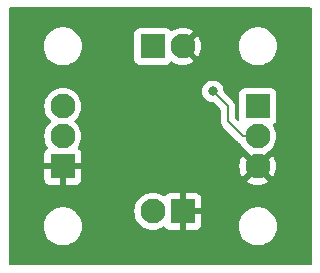
<source format=gbr>
%TF.GenerationSoftware,KiCad,Pcbnew,(6.0.7)*%
%TF.CreationDate,2022-11-13T21:56:09+01:00*%
%TF.ProjectId,LED Matrix,4c454420-4d61-4747-9269-782e6b696361,rev?*%
%TF.SameCoordinates,Original*%
%TF.FileFunction,Copper,L2,Bot*%
%TF.FilePolarity,Positive*%
%FSLAX46Y46*%
G04 Gerber Fmt 4.6, Leading zero omitted, Abs format (unit mm)*
G04 Created by KiCad (PCBNEW (6.0.7)) date 2022-11-13 21:56:09*
%MOMM*%
%LPD*%
G01*
G04 APERTURE LIST*
%TA.AperFunction,ComponentPad*%
%ADD10R,2.100000X2.100000*%
%TD*%
%TA.AperFunction,ComponentPad*%
%ADD11C,2.100000*%
%TD*%
%TA.AperFunction,ViaPad*%
%ADD12C,0.800000*%
%TD*%
%TA.AperFunction,Conductor*%
%ADD13C,0.200000*%
%TD*%
G04 APERTURE END LIST*
D10*
%TO.P,Out,1,Pin_1*%
%TO.N,/PixelSide/5V*%
X130810000Y-87630000D03*
D11*
%TO.P,Out,2,Pin_2*%
%TO.N,Net-(Out1-Pad2)*%
X130810000Y-90170000D03*
%TO.P,Out,3,Pin_3*%
%TO.N,/PixelSide/gnd*%
X130810000Y-92710000D03*
%TD*%
D10*
%TO.P,Top,1,Pin_1*%
%TO.N,/PixelSide/5V*%
X121920000Y-82550000D03*
D11*
%TO.P,Top,2,Pin_2*%
%TO.N,/PixelSide/gnd*%
X124460000Y-82550000D03*
%TD*%
D10*
%TO.P,Bottom,1,Pin_1*%
%TO.N,/PixelSide/gnd*%
X124460000Y-96520000D03*
D11*
%TO.P,Bottom,2,Pin_2*%
%TO.N,/PixelSide/5V*%
X121920000Y-96520000D03*
%TD*%
D10*
%TO.P,In,1,Pin_1*%
%TO.N,/PixelSide/gnd*%
X114300000Y-92710000D03*
D11*
%TO.P,In,2,Pin_2*%
%TO.N,/PixelSide/Data*%
X114300000Y-90170000D03*
%TO.P,In,3,Pin_3*%
%TO.N,/PixelSide/5V*%
X114300000Y-87630000D03*
%TD*%
D12*
%TO.N,Net-(Out1-Pad2)*%
X127000000Y-86360000D03*
%TD*%
D13*
%TO.N,Net-(Out1-Pad2)*%
X129540000Y-90170000D02*
X130810000Y-90170000D01*
X127000000Y-86360000D02*
X128270000Y-87630000D01*
X128270000Y-88900000D02*
X129540000Y-90170000D01*
X128270000Y-87630000D02*
X128270000Y-88900000D01*
%TD*%
%TA.AperFunction,Conductor*%
%TO.N,/PixelSide/gnd*%
G36*
X135323621Y-79268502D02*
G01*
X135370114Y-79322158D01*
X135381500Y-79374500D01*
X135381500Y-100965500D01*
X135361498Y-101033621D01*
X135307842Y-101080114D01*
X135255500Y-101091500D01*
X109854500Y-101091500D01*
X109786379Y-101071498D01*
X109739886Y-101017842D01*
X109728500Y-100965500D01*
X109728500Y-97790000D01*
X112686526Y-97790000D01*
X112706391Y-98042403D01*
X112707545Y-98047210D01*
X112707546Y-98047216D01*
X112716214Y-98083319D01*
X112765495Y-98288591D01*
X112862384Y-98522502D01*
X112994672Y-98738376D01*
X113159102Y-98930898D01*
X113351624Y-99095328D01*
X113567498Y-99227616D01*
X113572068Y-99229509D01*
X113572072Y-99229511D01*
X113796836Y-99322611D01*
X113801409Y-99324505D01*
X113886032Y-99344821D01*
X114042784Y-99382454D01*
X114042790Y-99382455D01*
X114047597Y-99383609D01*
X114147416Y-99391465D01*
X114234345Y-99398307D01*
X114234352Y-99398307D01*
X114236801Y-99398500D01*
X114363199Y-99398500D01*
X114365648Y-99398307D01*
X114365655Y-99398307D01*
X114452584Y-99391465D01*
X114552403Y-99383609D01*
X114557210Y-99382455D01*
X114557216Y-99382454D01*
X114713968Y-99344821D01*
X114798591Y-99324505D01*
X114803164Y-99322611D01*
X115027928Y-99229511D01*
X115027932Y-99229509D01*
X115032502Y-99227616D01*
X115248376Y-99095328D01*
X115440898Y-98930898D01*
X115605328Y-98738376D01*
X115737616Y-98522502D01*
X115834505Y-98288591D01*
X115883786Y-98083319D01*
X115892454Y-98047216D01*
X115892455Y-98047210D01*
X115893609Y-98042403D01*
X115913474Y-97790000D01*
X115893609Y-97537597D01*
X115834505Y-97291409D01*
X115737616Y-97057498D01*
X115605328Y-96841624D01*
X115440898Y-96649102D01*
X115289740Y-96520000D01*
X120356681Y-96520000D01*
X120375928Y-96764557D01*
X120377082Y-96769364D01*
X120377083Y-96769370D01*
X120394430Y-96841624D01*
X120433195Y-97003092D01*
X120527073Y-97229732D01*
X120655248Y-97438896D01*
X120658463Y-97442660D01*
X120658465Y-97442663D01*
X120739547Y-97537597D01*
X120814567Y-97625433D01*
X120818323Y-97628641D01*
X120887362Y-97687606D01*
X121001104Y-97784752D01*
X121005327Y-97787340D01*
X121005330Y-97787342D01*
X121074515Y-97829738D01*
X121210268Y-97912927D01*
X121354967Y-97972864D01*
X121432335Y-98004911D01*
X121432337Y-98004912D01*
X121436908Y-98006805D01*
X121505715Y-98023324D01*
X121670630Y-98062917D01*
X121670636Y-98062918D01*
X121675443Y-98064072D01*
X121920000Y-98083319D01*
X122164557Y-98064072D01*
X122169364Y-98062918D01*
X122169370Y-98062917D01*
X122334285Y-98023324D01*
X122403092Y-98006805D01*
X122407663Y-98004912D01*
X122407665Y-98004911D01*
X122485033Y-97972864D01*
X122629732Y-97912927D01*
X122807641Y-97803905D01*
X122876174Y-97785367D01*
X122943851Y-97806824D01*
X122974302Y-97835773D01*
X123041719Y-97925728D01*
X123054276Y-97938285D01*
X123156351Y-98014786D01*
X123171946Y-98023324D01*
X123292394Y-98068478D01*
X123307649Y-98072105D01*
X123358514Y-98077631D01*
X123365328Y-98078000D01*
X124187885Y-98078000D01*
X124203124Y-98073525D01*
X124204329Y-98072135D01*
X124206000Y-98064452D01*
X124206000Y-98059884D01*
X124714000Y-98059884D01*
X124718475Y-98075123D01*
X124719865Y-98076328D01*
X124727548Y-98077999D01*
X125554669Y-98077999D01*
X125561490Y-98077629D01*
X125612352Y-98072105D01*
X125627604Y-98068479D01*
X125748054Y-98023324D01*
X125763649Y-98014786D01*
X125865724Y-97938285D01*
X125878285Y-97925724D01*
X125954786Y-97823649D01*
X125963324Y-97808054D01*
X125970092Y-97790000D01*
X129196526Y-97790000D01*
X129216391Y-98042403D01*
X129217545Y-98047210D01*
X129217546Y-98047216D01*
X129226214Y-98083319D01*
X129275495Y-98288591D01*
X129372384Y-98522502D01*
X129504672Y-98738376D01*
X129669102Y-98930898D01*
X129861624Y-99095328D01*
X130077498Y-99227616D01*
X130082068Y-99229509D01*
X130082072Y-99229511D01*
X130306836Y-99322611D01*
X130311409Y-99324505D01*
X130396032Y-99344821D01*
X130552784Y-99382454D01*
X130552790Y-99382455D01*
X130557597Y-99383609D01*
X130657416Y-99391465D01*
X130744345Y-99398307D01*
X130744352Y-99398307D01*
X130746801Y-99398500D01*
X130873199Y-99398500D01*
X130875648Y-99398307D01*
X130875655Y-99398307D01*
X130962584Y-99391465D01*
X131062403Y-99383609D01*
X131067210Y-99382455D01*
X131067216Y-99382454D01*
X131223968Y-99344821D01*
X131308591Y-99324505D01*
X131313164Y-99322611D01*
X131537928Y-99229511D01*
X131537932Y-99229509D01*
X131542502Y-99227616D01*
X131758376Y-99095328D01*
X131950898Y-98930898D01*
X132115328Y-98738376D01*
X132247616Y-98522502D01*
X132344505Y-98288591D01*
X132393786Y-98083319D01*
X132402454Y-98047216D01*
X132402455Y-98047210D01*
X132403609Y-98042403D01*
X132423474Y-97790000D01*
X132403609Y-97537597D01*
X132344505Y-97291409D01*
X132247616Y-97057498D01*
X132115328Y-96841624D01*
X131950898Y-96649102D01*
X131758376Y-96484672D01*
X131542502Y-96352384D01*
X131537932Y-96350491D01*
X131537928Y-96350489D01*
X131313164Y-96257389D01*
X131313162Y-96257388D01*
X131308591Y-96255495D01*
X131223968Y-96235179D01*
X131067216Y-96197546D01*
X131067210Y-96197545D01*
X131062403Y-96196391D01*
X130962584Y-96188535D01*
X130875655Y-96181693D01*
X130875648Y-96181693D01*
X130873199Y-96181500D01*
X130746801Y-96181500D01*
X130744352Y-96181693D01*
X130744345Y-96181693D01*
X130657416Y-96188535D01*
X130557597Y-96196391D01*
X130552790Y-96197545D01*
X130552784Y-96197546D01*
X130396032Y-96235179D01*
X130311409Y-96255495D01*
X130306838Y-96257388D01*
X130306836Y-96257389D01*
X130082072Y-96350489D01*
X130082068Y-96350491D01*
X130077498Y-96352384D01*
X129861624Y-96484672D01*
X129669102Y-96649102D01*
X129504672Y-96841624D01*
X129372384Y-97057498D01*
X129275495Y-97291409D01*
X129216391Y-97537597D01*
X129196526Y-97790000D01*
X125970092Y-97790000D01*
X126008478Y-97687606D01*
X126012105Y-97672351D01*
X126017631Y-97621486D01*
X126018000Y-97614672D01*
X126018000Y-96792115D01*
X126013525Y-96776876D01*
X126012135Y-96775671D01*
X126004452Y-96774000D01*
X124732115Y-96774000D01*
X124716876Y-96778475D01*
X124715671Y-96779865D01*
X124714000Y-96787548D01*
X124714000Y-98059884D01*
X124206000Y-98059884D01*
X124206000Y-96247885D01*
X124714000Y-96247885D01*
X124718475Y-96263124D01*
X124719865Y-96264329D01*
X124727548Y-96266000D01*
X125999884Y-96266000D01*
X126015123Y-96261525D01*
X126016328Y-96260135D01*
X126017999Y-96252452D01*
X126017999Y-95425331D01*
X126017629Y-95418510D01*
X126012105Y-95367648D01*
X126008479Y-95352396D01*
X125963324Y-95231946D01*
X125954786Y-95216351D01*
X125878285Y-95114276D01*
X125865724Y-95101715D01*
X125763649Y-95025214D01*
X125748054Y-95016676D01*
X125627606Y-94971522D01*
X125612351Y-94967895D01*
X125561486Y-94962369D01*
X125554672Y-94962000D01*
X124732115Y-94962000D01*
X124716876Y-94966475D01*
X124715671Y-94967865D01*
X124714000Y-94975548D01*
X124714000Y-96247885D01*
X124206000Y-96247885D01*
X124206000Y-94980116D01*
X124201525Y-94964877D01*
X124200135Y-94963672D01*
X124192452Y-94962001D01*
X123365331Y-94962001D01*
X123358510Y-94962371D01*
X123307648Y-94967895D01*
X123292396Y-94971521D01*
X123171946Y-95016676D01*
X123156351Y-95025214D01*
X123054276Y-95101715D01*
X123041719Y-95114272D01*
X122974302Y-95204227D01*
X122917442Y-95246742D01*
X122846624Y-95251768D01*
X122807641Y-95236095D01*
X122775421Y-95216351D01*
X122629732Y-95127073D01*
X122485033Y-95067136D01*
X122407665Y-95035089D01*
X122407663Y-95035088D01*
X122403092Y-95033195D01*
X122320437Y-95013351D01*
X122169370Y-94977083D01*
X122169364Y-94977082D01*
X122164557Y-94975928D01*
X121920000Y-94956681D01*
X121675443Y-94975928D01*
X121670636Y-94977082D01*
X121670630Y-94977083D01*
X121519563Y-95013351D01*
X121436908Y-95033195D01*
X121432337Y-95035088D01*
X121432335Y-95035089D01*
X121354967Y-95067136D01*
X121210268Y-95127073D01*
X121084363Y-95204227D01*
X121005330Y-95252658D01*
X121005327Y-95252660D01*
X121001104Y-95255248D01*
X120997340Y-95258463D01*
X120997337Y-95258465D01*
X120818323Y-95411359D01*
X120814567Y-95414567D01*
X120655248Y-95601104D01*
X120527073Y-95810268D01*
X120433195Y-96036908D01*
X120432040Y-96041720D01*
X120378886Y-96263124D01*
X120375928Y-96275443D01*
X120356681Y-96520000D01*
X115289740Y-96520000D01*
X115248376Y-96484672D01*
X115032502Y-96352384D01*
X115027932Y-96350491D01*
X115027928Y-96350489D01*
X114803164Y-96257389D01*
X114803162Y-96257388D01*
X114798591Y-96255495D01*
X114713968Y-96235179D01*
X114557216Y-96197546D01*
X114557210Y-96197545D01*
X114552403Y-96196391D01*
X114452584Y-96188535D01*
X114365655Y-96181693D01*
X114365648Y-96181693D01*
X114363199Y-96181500D01*
X114236801Y-96181500D01*
X114234352Y-96181693D01*
X114234345Y-96181693D01*
X114147416Y-96188535D01*
X114047597Y-96196391D01*
X114042790Y-96197545D01*
X114042784Y-96197546D01*
X113886032Y-96235179D01*
X113801409Y-96255495D01*
X113796838Y-96257388D01*
X113796836Y-96257389D01*
X113572072Y-96350489D01*
X113572068Y-96350491D01*
X113567498Y-96352384D01*
X113351624Y-96484672D01*
X113159102Y-96649102D01*
X112994672Y-96841624D01*
X112862384Y-97057498D01*
X112765495Y-97291409D01*
X112706391Y-97537597D01*
X112686526Y-97790000D01*
X109728500Y-97790000D01*
X109728500Y-93804669D01*
X112742001Y-93804669D01*
X112742371Y-93811490D01*
X112747895Y-93862352D01*
X112751521Y-93877604D01*
X112796676Y-93998054D01*
X112805214Y-94013648D01*
X112881715Y-94115724D01*
X112894276Y-94128285D01*
X112996351Y-94204786D01*
X113011946Y-94213324D01*
X113132394Y-94258478D01*
X113147649Y-94262105D01*
X113198514Y-94267631D01*
X113205328Y-94268000D01*
X114027885Y-94268000D01*
X114043124Y-94263525D01*
X114044329Y-94262135D01*
X114046000Y-94254452D01*
X114046000Y-94249884D01*
X114554000Y-94249884D01*
X114558475Y-94265123D01*
X114559865Y-94266328D01*
X114567548Y-94267999D01*
X115394669Y-94267999D01*
X115401490Y-94267629D01*
X115452352Y-94262105D01*
X115467604Y-94258479D01*
X115588054Y-94213324D01*
X115603649Y-94204786D01*
X115705724Y-94128285D01*
X115718285Y-94115724D01*
X115794786Y-94013648D01*
X115803324Y-93998054D01*
X115810456Y-93979030D01*
X129905800Y-93979030D01*
X129911527Y-93986680D01*
X130096272Y-94099893D01*
X130105067Y-94104375D01*
X130322490Y-94194434D01*
X130331875Y-94197483D01*
X130560708Y-94252422D01*
X130570455Y-94253965D01*
X130805070Y-94272430D01*
X130814930Y-94272430D01*
X131049545Y-94253965D01*
X131059292Y-94252422D01*
X131288125Y-94197483D01*
X131297510Y-94194434D01*
X131514933Y-94104375D01*
X131523728Y-94099893D01*
X131704805Y-93988928D01*
X131714267Y-93978470D01*
X131710484Y-93969694D01*
X130822812Y-93082022D01*
X130808868Y-93074408D01*
X130807035Y-93074539D01*
X130800420Y-93078790D01*
X129912560Y-93966650D01*
X129905800Y-93979030D01*
X115810456Y-93979030D01*
X115848478Y-93877606D01*
X115852105Y-93862351D01*
X115857631Y-93811486D01*
X115858000Y-93804672D01*
X115858000Y-92982115D01*
X115853525Y-92966876D01*
X115852135Y-92965671D01*
X115844452Y-92964000D01*
X114572115Y-92964000D01*
X114556876Y-92968475D01*
X114555671Y-92969865D01*
X114554000Y-92977548D01*
X114554000Y-94249884D01*
X114046000Y-94249884D01*
X114046000Y-92982115D01*
X114041525Y-92966876D01*
X114040135Y-92965671D01*
X114032452Y-92964000D01*
X112760116Y-92964000D01*
X112744877Y-92968475D01*
X112743672Y-92969865D01*
X112742001Y-92977548D01*
X112742001Y-93804669D01*
X109728500Y-93804669D01*
X109728500Y-92714930D01*
X129247570Y-92714930D01*
X129266035Y-92949545D01*
X129267578Y-92959292D01*
X129322517Y-93188125D01*
X129325566Y-93197510D01*
X129415625Y-93414933D01*
X129420107Y-93423728D01*
X129531072Y-93604805D01*
X129541530Y-93614267D01*
X129550306Y-93610484D01*
X130437978Y-92722812D01*
X130444356Y-92711132D01*
X131174408Y-92711132D01*
X131174539Y-92712965D01*
X131178790Y-92719580D01*
X132066650Y-93607440D01*
X132079030Y-93614200D01*
X132086680Y-93608473D01*
X132199893Y-93423728D01*
X132204375Y-93414933D01*
X132294434Y-93197510D01*
X132297483Y-93188125D01*
X132352422Y-92959292D01*
X132353965Y-92949545D01*
X132372430Y-92714930D01*
X132372430Y-92705070D01*
X132353965Y-92470455D01*
X132352422Y-92460708D01*
X132297483Y-92231875D01*
X132294434Y-92222490D01*
X132204375Y-92005067D01*
X132199893Y-91996272D01*
X132088928Y-91815195D01*
X132078470Y-91805733D01*
X132069694Y-91809516D01*
X131182022Y-92697188D01*
X131174408Y-92711132D01*
X130444356Y-92711132D01*
X130445592Y-92708868D01*
X130445461Y-92707035D01*
X130441210Y-92700420D01*
X129553350Y-91812560D01*
X129540970Y-91805800D01*
X129533320Y-91811527D01*
X129420107Y-91996272D01*
X129415625Y-92005067D01*
X129325566Y-92222490D01*
X129322517Y-92231875D01*
X129267578Y-92460708D01*
X129266035Y-92470455D01*
X129247570Y-92705070D01*
X129247570Y-92714930D01*
X109728500Y-92714930D01*
X109728500Y-90170000D01*
X112736681Y-90170000D01*
X112755928Y-90414557D01*
X112813195Y-90653092D01*
X112907073Y-90879732D01*
X113009481Y-91046847D01*
X113016095Y-91057641D01*
X113034633Y-91126174D01*
X113013176Y-91193851D01*
X112984227Y-91224302D01*
X112894272Y-91291719D01*
X112881715Y-91304276D01*
X112805214Y-91406351D01*
X112796676Y-91421946D01*
X112751522Y-91542394D01*
X112747895Y-91557649D01*
X112742369Y-91608514D01*
X112742000Y-91615328D01*
X112742000Y-92437885D01*
X112746475Y-92453124D01*
X112747865Y-92454329D01*
X112755548Y-92456000D01*
X115839884Y-92456000D01*
X115855123Y-92451525D01*
X115856328Y-92450135D01*
X115857999Y-92442452D01*
X115857999Y-91615331D01*
X115857629Y-91608510D01*
X115852105Y-91557648D01*
X115848479Y-91542396D01*
X115803324Y-91421946D01*
X115794786Y-91406351D01*
X115718285Y-91304276D01*
X115705728Y-91291719D01*
X115615773Y-91224302D01*
X115573258Y-91167442D01*
X115568232Y-91096624D01*
X115583905Y-91057641D01*
X115590519Y-91046847D01*
X115692927Y-90879732D01*
X115786805Y-90653092D01*
X115844072Y-90414557D01*
X115863319Y-90170000D01*
X115844072Y-89925443D01*
X115786805Y-89686908D01*
X115692927Y-89460268D01*
X115564752Y-89251104D01*
X115532575Y-89213429D01*
X115408641Y-89068323D01*
X115405433Y-89064567D01*
X115401677Y-89061359D01*
X115324931Y-88995811D01*
X115286122Y-88936360D01*
X115285616Y-88865365D01*
X115324931Y-88804189D01*
X115401677Y-88738641D01*
X115405433Y-88735433D01*
X115448630Y-88684856D01*
X115561535Y-88552663D01*
X115561537Y-88552660D01*
X115564752Y-88548896D01*
X115692927Y-88339732D01*
X115786805Y-88113092D01*
X115836174Y-87907456D01*
X115842917Y-87879370D01*
X115842918Y-87879364D01*
X115844072Y-87874557D01*
X115863319Y-87630000D01*
X115844072Y-87385443D01*
X115831170Y-87331700D01*
X115787960Y-87151720D01*
X115786805Y-87146908D01*
X115692927Y-86920268D01*
X115577285Y-86731556D01*
X115567342Y-86715330D01*
X115567340Y-86715327D01*
X115564752Y-86711104D01*
X115432456Y-86556206D01*
X115408641Y-86528323D01*
X115405433Y-86524567D01*
X115218896Y-86365248D01*
X115214673Y-86362660D01*
X115214670Y-86362658D01*
X115210332Y-86360000D01*
X126086496Y-86360000D01*
X126087186Y-86366565D01*
X126104560Y-86531866D01*
X126106458Y-86549928D01*
X126165473Y-86731556D01*
X126260960Y-86896944D01*
X126388747Y-87038866D01*
X126543248Y-87151118D01*
X126549276Y-87153802D01*
X126549278Y-87153803D01*
X126644084Y-87196013D01*
X126717712Y-87228794D01*
X126811113Y-87248647D01*
X126898056Y-87267128D01*
X126898061Y-87267128D01*
X126904513Y-87268500D01*
X126995761Y-87268500D01*
X127063882Y-87288502D01*
X127084856Y-87305405D01*
X127624595Y-87845144D01*
X127658621Y-87907456D01*
X127661500Y-87934239D01*
X127661500Y-88851864D01*
X127660422Y-88868307D01*
X127656250Y-88900000D01*
X127657328Y-88908189D01*
X127661500Y-88939880D01*
X127661500Y-88939885D01*
X127672433Y-89022925D01*
X127672433Y-89022927D01*
X127674165Y-89036081D01*
X127677162Y-89058851D01*
X127738476Y-89206876D01*
X127743503Y-89213427D01*
X127743504Y-89213429D01*
X127811520Y-89302069D01*
X127811526Y-89302075D01*
X127836013Y-89333987D01*
X127842568Y-89339017D01*
X127861379Y-89353452D01*
X127873770Y-89364319D01*
X129075685Y-90566234D01*
X129086552Y-90578625D01*
X129106013Y-90603987D01*
X129112563Y-90609013D01*
X129137925Y-90628474D01*
X129137928Y-90628477D01*
X129170007Y-90653092D01*
X129233124Y-90701524D01*
X129294438Y-90726921D01*
X129317846Y-90736617D01*
X129373127Y-90781164D01*
X129386038Y-90804808D01*
X129415179Y-90875161D01*
X129415182Y-90875167D01*
X129417073Y-90879732D01*
X129545248Y-91088896D01*
X129548463Y-91092660D01*
X129548465Y-91092663D01*
X129612333Y-91167442D01*
X129704567Y-91275433D01*
X129891104Y-91434752D01*
X129893451Y-91436190D01*
X129906815Y-91447605D01*
X130797188Y-92337978D01*
X130811132Y-92345592D01*
X130812965Y-92345461D01*
X130819580Y-92341210D01*
X131713185Y-91447605D01*
X131726549Y-91436190D01*
X131728896Y-91434752D01*
X131915433Y-91275433D01*
X132007667Y-91167442D01*
X132071535Y-91092663D01*
X132071537Y-91092660D01*
X132074752Y-91088896D01*
X132202927Y-90879732D01*
X132296805Y-90653092D01*
X132354072Y-90414557D01*
X132373319Y-90170000D01*
X132354072Y-89925443D01*
X132296805Y-89686908D01*
X132202927Y-89460268D01*
X132094168Y-89282788D01*
X132075630Y-89214255D01*
X132097087Y-89146578D01*
X132126035Y-89116128D01*
X132132987Y-89110918D01*
X132223261Y-89043261D01*
X132310615Y-88926705D01*
X132361745Y-88790316D01*
X132368500Y-88728134D01*
X132368500Y-86531866D01*
X132361745Y-86469684D01*
X132310615Y-86333295D01*
X132223261Y-86216739D01*
X132106705Y-86129385D01*
X131970316Y-86078255D01*
X131908134Y-86071500D01*
X129711866Y-86071500D01*
X129649684Y-86078255D01*
X129513295Y-86129385D01*
X129396739Y-86216739D01*
X129309385Y-86333295D01*
X129258255Y-86469684D01*
X129251500Y-86531866D01*
X129251500Y-88716761D01*
X129231498Y-88784882D01*
X129177842Y-88831375D01*
X129107568Y-88841479D01*
X129042988Y-88811985D01*
X129036405Y-88805856D01*
X128915405Y-88684856D01*
X128881379Y-88622544D01*
X128878500Y-88595761D01*
X128878500Y-87678136D01*
X128879578Y-87661690D01*
X128882672Y-87638188D01*
X128883750Y-87630000D01*
X128878500Y-87590122D01*
X128878500Y-87590115D01*
X128862838Y-87471150D01*
X128801524Y-87323125D01*
X128801524Y-87323124D01*
X128728477Y-87227928D01*
X128728474Y-87227925D01*
X128703987Y-87196013D01*
X128697432Y-87190983D01*
X128678621Y-87176548D01*
X128666230Y-87165681D01*
X127949719Y-86449170D01*
X127915693Y-86386858D01*
X127913159Y-86363284D01*
X127913504Y-86360000D01*
X127900385Y-86235180D01*
X127894232Y-86176635D01*
X127894232Y-86176633D01*
X127893542Y-86170072D01*
X127834527Y-85988444D01*
X127739040Y-85823056D01*
X127611253Y-85681134D01*
X127456752Y-85568882D01*
X127450724Y-85566198D01*
X127450722Y-85566197D01*
X127288319Y-85493891D01*
X127288318Y-85493891D01*
X127282288Y-85491206D01*
X127188887Y-85471353D01*
X127101944Y-85452872D01*
X127101939Y-85452872D01*
X127095487Y-85451500D01*
X126904513Y-85451500D01*
X126898061Y-85452872D01*
X126898056Y-85452872D01*
X126811113Y-85471353D01*
X126717712Y-85491206D01*
X126711682Y-85493891D01*
X126711681Y-85493891D01*
X126549278Y-85566197D01*
X126549276Y-85566198D01*
X126543248Y-85568882D01*
X126388747Y-85681134D01*
X126260960Y-85823056D01*
X126165473Y-85988444D01*
X126106458Y-86170072D01*
X126105768Y-86176633D01*
X126105768Y-86176635D01*
X126099615Y-86235180D01*
X126086496Y-86360000D01*
X115210332Y-86360000D01*
X115145485Y-86320262D01*
X115009732Y-86237073D01*
X114832822Y-86163794D01*
X114787665Y-86145089D01*
X114787663Y-86145088D01*
X114783092Y-86143195D01*
X114700437Y-86123351D01*
X114549370Y-86087083D01*
X114549364Y-86087082D01*
X114544557Y-86085928D01*
X114300000Y-86066681D01*
X114055443Y-86085928D01*
X114050636Y-86087082D01*
X114050630Y-86087083D01*
X113899563Y-86123351D01*
X113816908Y-86143195D01*
X113812337Y-86145088D01*
X113812335Y-86145089D01*
X113767178Y-86163794D01*
X113590268Y-86237073D01*
X113454515Y-86320262D01*
X113385330Y-86362658D01*
X113385327Y-86362660D01*
X113381104Y-86365248D01*
X113194567Y-86524567D01*
X113191359Y-86528323D01*
X113167545Y-86556206D01*
X113035248Y-86711104D01*
X113032660Y-86715327D01*
X113032658Y-86715330D01*
X113022715Y-86731556D01*
X112907073Y-86920268D01*
X112813195Y-87146908D01*
X112812040Y-87151720D01*
X112768831Y-87331700D01*
X112755928Y-87385443D01*
X112736681Y-87630000D01*
X112755928Y-87874557D01*
X112757082Y-87879364D01*
X112757083Y-87879370D01*
X112763826Y-87907456D01*
X112813195Y-88113092D01*
X112907073Y-88339732D01*
X113035248Y-88548896D01*
X113038463Y-88552660D01*
X113038465Y-88552663D01*
X113151370Y-88684856D01*
X113194567Y-88735433D01*
X113198323Y-88738641D01*
X113275069Y-88804189D01*
X113313878Y-88863640D01*
X113314384Y-88934635D01*
X113275069Y-88995811D01*
X113198323Y-89061359D01*
X113194567Y-89064567D01*
X113191359Y-89068323D01*
X113067426Y-89213429D01*
X113035248Y-89251104D01*
X112907073Y-89460268D01*
X112813195Y-89686908D01*
X112755928Y-89925443D01*
X112736681Y-90170000D01*
X109728500Y-90170000D01*
X109728500Y-82550000D01*
X112686526Y-82550000D01*
X112706391Y-82802403D01*
X112765495Y-83048591D01*
X112767388Y-83053162D01*
X112767389Y-83053164D01*
X112854608Y-83263728D01*
X112862384Y-83282502D01*
X112994672Y-83498376D01*
X113159102Y-83690898D01*
X113351624Y-83855328D01*
X113567498Y-83987616D01*
X113572068Y-83989509D01*
X113572072Y-83989511D01*
X113796836Y-84082611D01*
X113801409Y-84084505D01*
X113886032Y-84104821D01*
X114042784Y-84142454D01*
X114042790Y-84142455D01*
X114047597Y-84143609D01*
X114147416Y-84151465D01*
X114234345Y-84158307D01*
X114234352Y-84158307D01*
X114236801Y-84158500D01*
X114363199Y-84158500D01*
X114365648Y-84158307D01*
X114365655Y-84158307D01*
X114452584Y-84151465D01*
X114552403Y-84143609D01*
X114557210Y-84142455D01*
X114557216Y-84142454D01*
X114713968Y-84104821D01*
X114798591Y-84084505D01*
X114803164Y-84082611D01*
X115027928Y-83989511D01*
X115027932Y-83989509D01*
X115032502Y-83987616D01*
X115248376Y-83855328D01*
X115440898Y-83690898D01*
X115477422Y-83648134D01*
X120361500Y-83648134D01*
X120368255Y-83710316D01*
X120419385Y-83846705D01*
X120506739Y-83963261D01*
X120623295Y-84050615D01*
X120759684Y-84101745D01*
X120821866Y-84108500D01*
X123018134Y-84108500D01*
X123080316Y-84101745D01*
X123216705Y-84050615D01*
X123333261Y-83963261D01*
X123406430Y-83865633D01*
X123463288Y-83823118D01*
X123534107Y-83818092D01*
X123573090Y-83833766D01*
X123746272Y-83939893D01*
X123755067Y-83944375D01*
X123972490Y-84034434D01*
X123981875Y-84037483D01*
X124210708Y-84092422D01*
X124220455Y-84093965D01*
X124455070Y-84112430D01*
X124464930Y-84112430D01*
X124699545Y-84093965D01*
X124709292Y-84092422D01*
X124938125Y-84037483D01*
X124947510Y-84034434D01*
X125164933Y-83944375D01*
X125173728Y-83939893D01*
X125354805Y-83828928D01*
X125364267Y-83818470D01*
X125360484Y-83809694D01*
X124189885Y-82639095D01*
X124155859Y-82576783D01*
X124157694Y-82551132D01*
X124824408Y-82551132D01*
X124824539Y-82552965D01*
X124828790Y-82559580D01*
X125716650Y-83447440D01*
X125729030Y-83454200D01*
X125736680Y-83448473D01*
X125849893Y-83263728D01*
X125854375Y-83254933D01*
X125944434Y-83037510D01*
X125947483Y-83028125D01*
X126002422Y-82799292D01*
X126003965Y-82789545D01*
X126022430Y-82554930D01*
X126022430Y-82550000D01*
X129196526Y-82550000D01*
X129216391Y-82802403D01*
X129275495Y-83048591D01*
X129277388Y-83053162D01*
X129277389Y-83053164D01*
X129364608Y-83263728D01*
X129372384Y-83282502D01*
X129504672Y-83498376D01*
X129669102Y-83690898D01*
X129861624Y-83855328D01*
X130077498Y-83987616D01*
X130082068Y-83989509D01*
X130082072Y-83989511D01*
X130306836Y-84082611D01*
X130311409Y-84084505D01*
X130396032Y-84104821D01*
X130552784Y-84142454D01*
X130552790Y-84142455D01*
X130557597Y-84143609D01*
X130657416Y-84151465D01*
X130744345Y-84158307D01*
X130744352Y-84158307D01*
X130746801Y-84158500D01*
X130873199Y-84158500D01*
X130875648Y-84158307D01*
X130875655Y-84158307D01*
X130962584Y-84151465D01*
X131062403Y-84143609D01*
X131067210Y-84142455D01*
X131067216Y-84142454D01*
X131223968Y-84104821D01*
X131308591Y-84084505D01*
X131313164Y-84082611D01*
X131537928Y-83989511D01*
X131537932Y-83989509D01*
X131542502Y-83987616D01*
X131758376Y-83855328D01*
X131950898Y-83690898D01*
X132115328Y-83498376D01*
X132247616Y-83282502D01*
X132255393Y-83263728D01*
X132342611Y-83053164D01*
X132342612Y-83053162D01*
X132344505Y-83048591D01*
X132403609Y-82802403D01*
X132423474Y-82550000D01*
X132403609Y-82297597D01*
X132344505Y-82051409D01*
X132342611Y-82046836D01*
X132249511Y-81822072D01*
X132249509Y-81822068D01*
X132247616Y-81817498D01*
X132115328Y-81601624D01*
X131950898Y-81409102D01*
X131758376Y-81244672D01*
X131542502Y-81112384D01*
X131537932Y-81110491D01*
X131537928Y-81110489D01*
X131313164Y-81017389D01*
X131313162Y-81017388D01*
X131308591Y-81015495D01*
X131192274Y-80987570D01*
X131067216Y-80957546D01*
X131067210Y-80957545D01*
X131062403Y-80956391D01*
X130962584Y-80948535D01*
X130875655Y-80941693D01*
X130875648Y-80941693D01*
X130873199Y-80941500D01*
X130746801Y-80941500D01*
X130744352Y-80941693D01*
X130744345Y-80941693D01*
X130657416Y-80948535D01*
X130557597Y-80956391D01*
X130552790Y-80957545D01*
X130552784Y-80957546D01*
X130427726Y-80987570D01*
X130311409Y-81015495D01*
X130306838Y-81017388D01*
X130306836Y-81017389D01*
X130082072Y-81110489D01*
X130082068Y-81110491D01*
X130077498Y-81112384D01*
X129861624Y-81244672D01*
X129669102Y-81409102D01*
X129504672Y-81601624D01*
X129372384Y-81817498D01*
X129370491Y-81822068D01*
X129370489Y-81822072D01*
X129277389Y-82046836D01*
X129275495Y-82051409D01*
X129216391Y-82297597D01*
X129196526Y-82550000D01*
X126022430Y-82550000D01*
X126022430Y-82545070D01*
X126003965Y-82310455D01*
X126002422Y-82300708D01*
X125947483Y-82071875D01*
X125944434Y-82062490D01*
X125854375Y-81845067D01*
X125849893Y-81836272D01*
X125738928Y-81655195D01*
X125728470Y-81645733D01*
X125719694Y-81649516D01*
X124832022Y-82537188D01*
X124824408Y-82551132D01*
X124157694Y-82551132D01*
X124160924Y-82505968D01*
X124189885Y-82460905D01*
X125357440Y-81293350D01*
X125364200Y-81280970D01*
X125358473Y-81273320D01*
X125173728Y-81160107D01*
X125164933Y-81155625D01*
X124947510Y-81065566D01*
X124938125Y-81062517D01*
X124709292Y-81007578D01*
X124699545Y-81006035D01*
X124464930Y-80987570D01*
X124455070Y-80987570D01*
X124220455Y-81006035D01*
X124210708Y-81007578D01*
X123981875Y-81062517D01*
X123972490Y-81065566D01*
X123755067Y-81155625D01*
X123746272Y-81160107D01*
X123573090Y-81266234D01*
X123504557Y-81284773D01*
X123436880Y-81263317D01*
X123406429Y-81234367D01*
X123338642Y-81143919D01*
X123333261Y-81136739D01*
X123216705Y-81049385D01*
X123080316Y-80998255D01*
X123018134Y-80991500D01*
X120821866Y-80991500D01*
X120759684Y-80998255D01*
X120623295Y-81049385D01*
X120506739Y-81136739D01*
X120419385Y-81253295D01*
X120368255Y-81389684D01*
X120361500Y-81451866D01*
X120361500Y-83648134D01*
X115477422Y-83648134D01*
X115605328Y-83498376D01*
X115737616Y-83282502D01*
X115745393Y-83263728D01*
X115832611Y-83053164D01*
X115832612Y-83053162D01*
X115834505Y-83048591D01*
X115893609Y-82802403D01*
X115913474Y-82550000D01*
X115893609Y-82297597D01*
X115834505Y-82051409D01*
X115832611Y-82046836D01*
X115739511Y-81822072D01*
X115739509Y-81822068D01*
X115737616Y-81817498D01*
X115605328Y-81601624D01*
X115440898Y-81409102D01*
X115248376Y-81244672D01*
X115032502Y-81112384D01*
X115027932Y-81110491D01*
X115027928Y-81110489D01*
X114803164Y-81017389D01*
X114803162Y-81017388D01*
X114798591Y-81015495D01*
X114682274Y-80987570D01*
X114557216Y-80957546D01*
X114557210Y-80957545D01*
X114552403Y-80956391D01*
X114452584Y-80948535D01*
X114365655Y-80941693D01*
X114365648Y-80941693D01*
X114363199Y-80941500D01*
X114236801Y-80941500D01*
X114234352Y-80941693D01*
X114234345Y-80941693D01*
X114147416Y-80948535D01*
X114047597Y-80956391D01*
X114042790Y-80957545D01*
X114042784Y-80957546D01*
X113917726Y-80987570D01*
X113801409Y-81015495D01*
X113796838Y-81017388D01*
X113796836Y-81017389D01*
X113572072Y-81110489D01*
X113572068Y-81110491D01*
X113567498Y-81112384D01*
X113351624Y-81244672D01*
X113159102Y-81409102D01*
X112994672Y-81601624D01*
X112862384Y-81817498D01*
X112860491Y-81822068D01*
X112860489Y-81822072D01*
X112767389Y-82046836D01*
X112765495Y-82051409D01*
X112706391Y-82297597D01*
X112686526Y-82550000D01*
X109728500Y-82550000D01*
X109728500Y-79374500D01*
X109748502Y-79306379D01*
X109802158Y-79259886D01*
X109854500Y-79248500D01*
X135255500Y-79248500D01*
X135323621Y-79268502D01*
G37*
%TD.AperFunction*%
%TD*%
M02*

</source>
